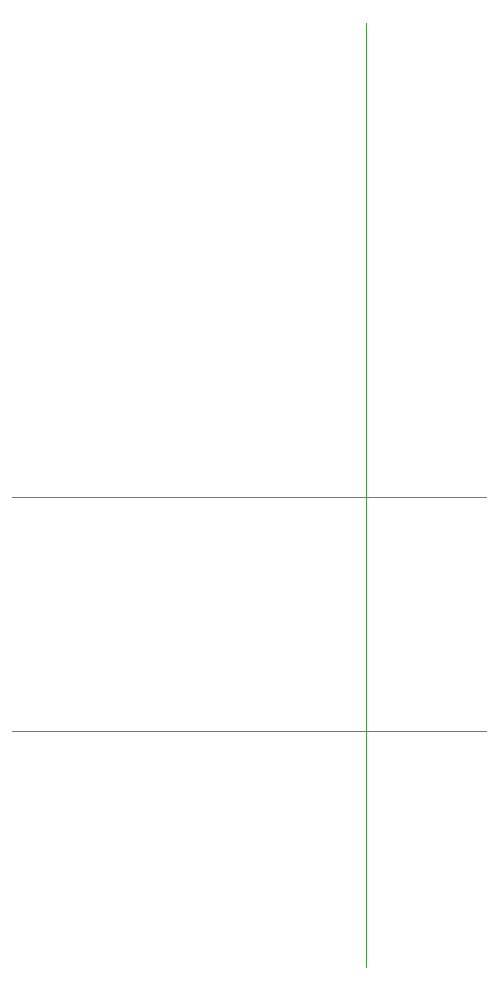
<source format=gbr>
G75*
G71*
%MOMM*%
%OFA0B0*%
%FSLAX53Y53*%
%IPPOS*%
%LPD*%
%ADD10C,0.00100*%
D10*
X0000000Y0020000D02*
X0040130Y0020000D01*
X0000000Y0039810D02*
X0040130Y0039810D01*
X0030000Y0000000D02*
X0030000Y0079940D01*
M02*

</source>
